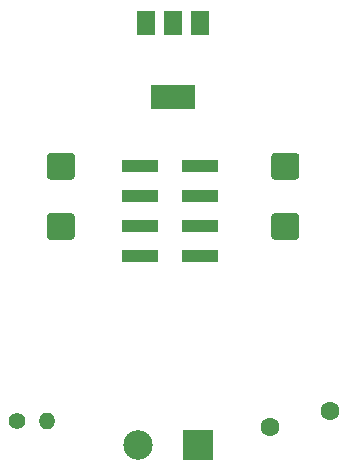
<source format=gbr>
%TF.GenerationSoftware,KiCad,Pcbnew,(5.1.9)-1*%
%TF.CreationDate,2021-05-14T01:46:21+02:00*%
%TF.ProjectId,Netzteil,4e65747a-7465-4696-9c2e-6b696361645f,rev?*%
%TF.SameCoordinates,Original*%
%TF.FileFunction,Soldermask,Top*%
%TF.FilePolarity,Negative*%
%FSLAX46Y46*%
G04 Gerber Fmt 4.6, Leading zero omitted, Abs format (unit mm)*
G04 Created by KiCad (PCBNEW (5.1.9)-1) date 2021-05-14 01:46:21*
%MOMM*%
%LPD*%
G01*
G04 APERTURE LIST*
%ADD10C,2.500000*%
%ADD11R,2.500000X2.500000*%
%ADD12R,1.500000X2.000000*%
%ADD13R,3.800000X2.000000*%
%ADD14C,1.600000*%
%ADD15O,1.400000X1.400000*%
%ADD16C,1.400000*%
%ADD17R,3.150000X1.000000*%
G04 APERTURE END LIST*
D10*
%TO.C,J1*%
X117070000Y-109250000D03*
D11*
X122150000Y-109250000D03*
%TD*%
%TO.C,C1*%
G36*
G01*
X109574999Y-89625000D02*
X111425001Y-89625000D01*
G75*
G02*
X111675000Y-89874999I0J-249999D01*
G01*
X111675000Y-91625001D01*
G75*
G02*
X111425001Y-91875000I-249999J0D01*
G01*
X109574999Y-91875000D01*
G75*
G02*
X109325000Y-91625001I0J249999D01*
G01*
X109325000Y-89874999D01*
G75*
G02*
X109574999Y-89625000I249999J0D01*
G01*
G37*
G36*
G01*
X109574999Y-84525000D02*
X111425001Y-84525000D01*
G75*
G02*
X111675000Y-84774999I0J-249999D01*
G01*
X111675000Y-86525001D01*
G75*
G02*
X111425001Y-86775000I-249999J0D01*
G01*
X109574999Y-86775000D01*
G75*
G02*
X109325000Y-86525001I0J249999D01*
G01*
X109325000Y-84774999D01*
G75*
G02*
X109574999Y-84525000I249999J0D01*
G01*
G37*
%TD*%
%TO.C,C2*%
G36*
G01*
X128574999Y-89625000D02*
X130425001Y-89625000D01*
G75*
G02*
X130675000Y-89874999I0J-249999D01*
G01*
X130675000Y-91625001D01*
G75*
G02*
X130425001Y-91875000I-249999J0D01*
G01*
X128574999Y-91875000D01*
G75*
G02*
X128325000Y-91625001I0J249999D01*
G01*
X128325000Y-89874999D01*
G75*
G02*
X128574999Y-89625000I249999J0D01*
G01*
G37*
G36*
G01*
X128574999Y-84525000D02*
X130425001Y-84525000D01*
G75*
G02*
X130675000Y-84774999I0J-249999D01*
G01*
X130675000Y-86525001D01*
G75*
G02*
X130425001Y-86775000I-249999J0D01*
G01*
X128574999Y-86775000D01*
G75*
G02*
X128325000Y-86525001I0J249999D01*
G01*
X128325000Y-84774999D01*
G75*
G02*
X128574999Y-84525000I249999J0D01*
G01*
G37*
%TD*%
D12*
%TO.C,U2*%
X122300000Y-73500000D03*
X117700000Y-73500000D03*
X120000000Y-73500000D03*
D13*
X120000000Y-79800000D03*
%TD*%
D14*
%TO.C,RV1*%
X133250000Y-106400000D03*
X128250000Y-107700000D03*
%TD*%
D15*
%TO.C,R1*%
X109290000Y-107200000D03*
D16*
X106750000Y-107200000D03*
%TD*%
D17*
%TO.C,J2*%
X122275000Y-93260000D03*
X117225000Y-93260000D03*
X122275000Y-90720000D03*
X117225000Y-90720000D03*
X122275000Y-88180000D03*
X117225000Y-88180000D03*
X122275000Y-85640000D03*
X117225000Y-85640000D03*
%TD*%
M02*

</source>
